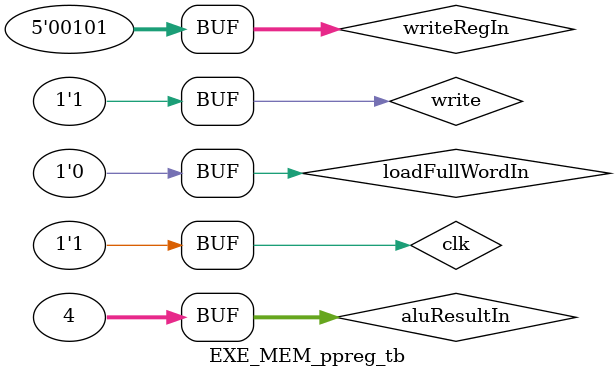
<source format=v>
module EXE_MEM_ppreg (
	regData2Out, regData2In, aluResultOut, aluResultIn,
	writeRegOut, writeRegIn,
	regWriteOut, regWriteIn, memToRegOut, memToRegIn,
	memWriteOut, memWriteIn, memReadOut, memReadIn,
	loadFullWordOut, loadFullWordIn, loadSignedOut, loadSignedIn,
	write, reset, clk);
	input write, reset, clk;
	input [31:0] regData2In, aluResultIn;
	input [4:0] writeRegIn;
	input regWriteIn, memToRegIn;
	input memWriteIn, memReadIn, loadFullWordIn, loadSignedIn;
	output [31:0] regData2Out, aluResultOut;
	output [4:0] writeRegOut;
	output regWriteOut, memToRegOut;
	output memWriteOut, memReadOut, loadFullWordOut, loadSignedOut;

	register_32 regData2Reg (regData2Out, regData2In, write, reset, clk);
	register_32 aluResultReg (aluResultOut, aluResultIn, write, reset, clk);

	register_5 writeRegReg (writeRegOut, writeRegIn, write, reset, clk);

	D_FlipFlop regWriteFF	(regWriteOut, regWriteIn, write, reset, clk);
	D_FlipFlop memToRegFF	(memToRegOut, memToRegIn, write, reset, clk);

	D_FlipFlop memWriteFF	(memWriteOut, memWriteIn, write, reset, clk);
	D_FlipFlop memReadFF	(memReadOut, memReadIn, write, reset, clk);
	D_FlipFlop loadFullWord	(loadFullWordOut, loadFullWordIn, write, reset, clk);
	D_FlipFlop loadSignedFF	(loadSignedOut, loadSignedIn, write, reset, clk);

endmodule

module EXE_MEM_ppreg_tb ();
	reg write, reset, clk;
	reg [31:0] regData2In, aluResultIn;
	reg [4:0] writeRegIn;
	reg regWriteIn, memToRegIn;
	reg memWriteIn, memReadIn, loadFullWordIn, loadSignedIn;
	wire [31:0] regData2Out, aluResultOut;
	wire [4:0] writeRegOut;
	wire regWriteOut, memToRegOut;
	wire memWriteOut, memReadOut, loadFullWordOut, loadSignedOut;

	EXE_MEM_ppreg testPPreg (
		regData2Out, regData2In, aluResultOut, aluResultIn,
		writeRegOut, writeRegIn,
		regWriteOut, regWriteIn, memToRegOut, memToRegIn,
		memWriteOut, memWriteIn, memReadOut, memReadIn,
		loadFullWordOut, loadFullWordIn, loadSignedOut, loadSignedIn,
		write, reset, clk);

	initial begin

		$monitor("ALU in: %h, ALU out: %h, writeReg in: %h, writeReg out: %h, LW in: %b, LW out: %b", aluResultIn, aluResultOut, writeRegIn, writeRegOut, loadFullWordIn, loadFullWordOut);

		aluResultIn <= 32'd4;
		writeRegIn <= 5'd5;
		loadFullWordIn <= 1'b0;

		write <= 1;
		#5 clk <= 1;

	end

endmodule

</source>
